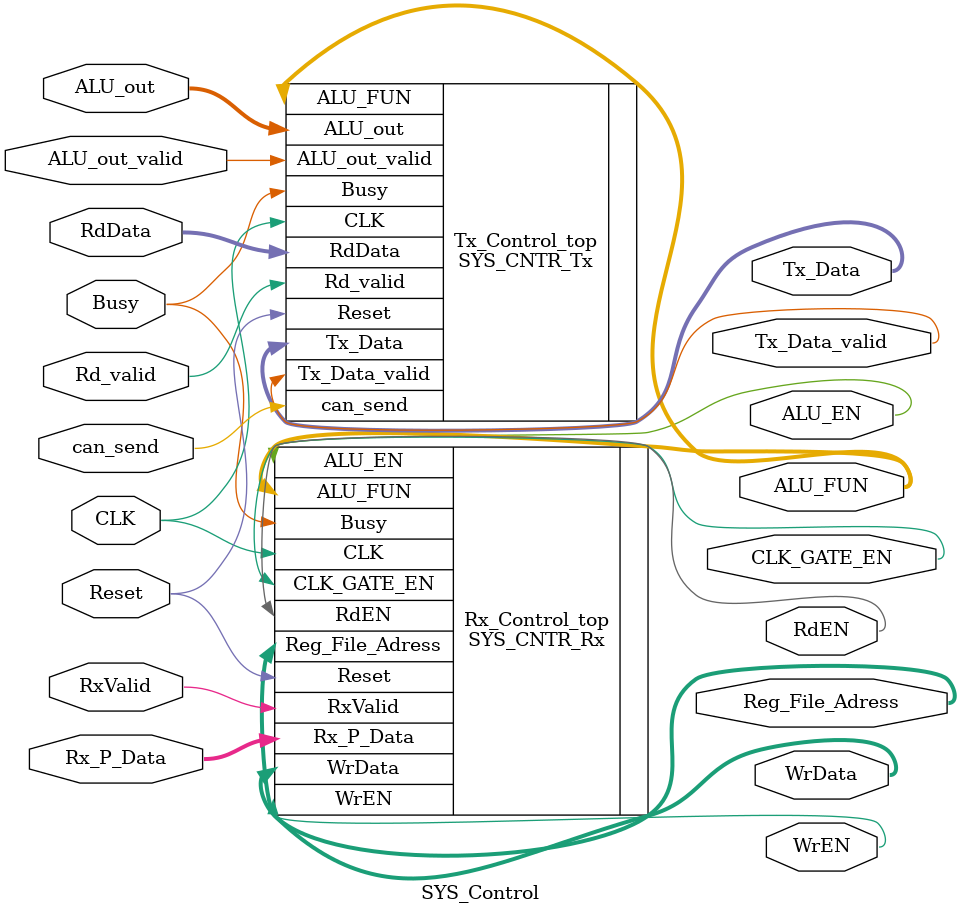
<source format=v>
module SYS_Control #(
    parameter width = 8,
    parameter depth = 16
) (
    //---------------------------------------------
    /*            CLK & Reset                    */
    //---------------------------------------------
    input  wire                       CLK,       
    input  wire                       Reset,
    //---------------------------------------------
    /*          Receiver_output                  */
    //---------------------------------------------
    input  wire  [width-1:0]          Rx_P_Data,
    input  wire                       RxValid,
    //---------------------------------------------
    /*        ALU inputs & outputs               */
    //---------------------------------------------
    input  wire  [(2*width)-1:0]      ALU_out,
    input  wire                       ALU_out_valid,
    output wire                       ALU_EN,               
    output wire  [3:0]                ALU_FUN, 
    //---------------------------------------------
    /*       Reg_File inputs & outputs           */
    //---------------------------------------------
    input  wire  [width-1:0]          RdData,
    input  wire                       Rd_valid,
    output wire  [$clog2(depth)-1:0]  Reg_File_Adress,               
    output wire                       WrEN,               
    output wire                       RdEN,               
    output wire  [width-1:0]          WrData,
    //---------------------------------------------
    /*     transmitter inputs & outputs          */
    //---------------------------------------------
    input  wire                       Busy,
    input  wire                       can_send, // to tell the controller you can send
    output wire  [width-1:0]          Tx_Data,
    output wire                       Tx_Data_valid,
    //---------------------------------------------
    /*               CLK_Gate                    */
    //---------------------------------------------   
    output wire                       CLK_GATE_EN   
);

//---------------------------------------------
/*          Tx_Control instantiation         */
//---------------------------------------------
SYS_CNTR_Tx #(.width(width)) Tx_Control_top (
    .CLK(CLK),       
    .Reset(Reset),
    .RdData(RdData),
    .Rd_valid(Rd_valid),
    .ALU_out(ALU_out),
    .ALU_out_valid(ALU_out_valid),
    .ALU_FUN(ALU_FUN),
    .Busy(Busy),
    .can_send(can_send),
    .Tx_Data(Tx_Data),
    .Tx_Data_valid(Tx_Data_valid)
);

//---------------------------------------------
/*          Rx_Control instantiation         */
//---------------------------------------------
SYS_CNTR_Rx #(.width(width), .depth(depth)) 
Rx_Control_top(
    .CLK(CLK),       
    .Reset(Reset),
    .Rx_P_Data(Rx_P_Data),
    .RxValid(RxValid),
    .Busy(Busy),
    .ALU_EN(ALU_EN),               
    .ALU_FUN(ALU_FUN), 
    .Reg_File_Adress(Reg_File_Adress),               
    .WrEN(WrEN),               
    .RdEN(RdEN),               
    .WrData(WrData),  
    .CLK_GATE_EN(CLK_GATE_EN)
);
    
endmodule
</source>
